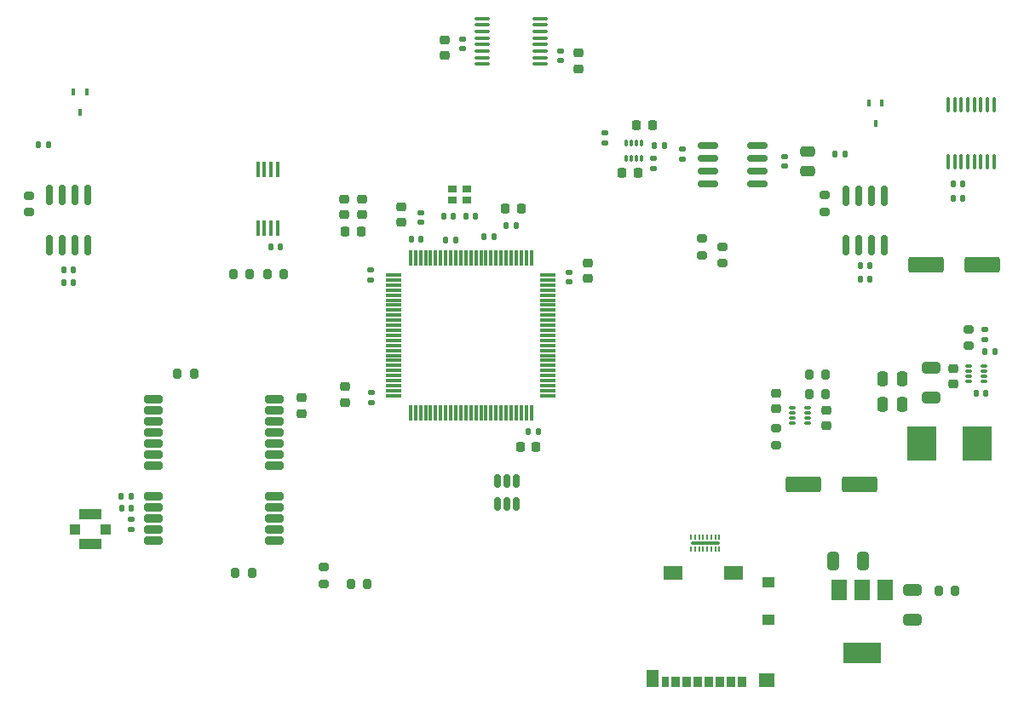
<source format=gtp>
G04 #@! TF.GenerationSoftware,KiCad,Pcbnew,8.0.2*
G04 #@! TF.CreationDate,2025-01-25T00:37:37-07:00*
G04 #@! TF.ProjectId,sdm24logger,73646d32-346c-46f6-9767-65722e6b6963,v3.1*
G04 #@! TF.SameCoordinates,Original*
G04 #@! TF.FileFunction,Paste,Top*
G04 #@! TF.FilePolarity,Positive*
%FSLAX46Y46*%
G04 Gerber Fmt 4.6, Leading zero omitted, Abs format (unit mm)*
G04 Created by KiCad (PCBNEW 8.0.2) date 2025-01-25 00:37:37*
%MOMM*%
%LPD*%
G01*
G04 APERTURE LIST*
G04 Aperture macros list*
%AMRoundRect*
0 Rectangle with rounded corners*
0 $1 Rounding radius*
0 $2 $3 $4 $5 $6 $7 $8 $9 X,Y pos of 4 corners*
0 Add a 4 corners polygon primitive as box body*
4,1,4,$2,$3,$4,$5,$6,$7,$8,$9,$2,$3,0*
0 Add four circle primitives for the rounded corners*
1,1,$1+$1,$2,$3*
1,1,$1+$1,$4,$5*
1,1,$1+$1,$6,$7*
1,1,$1+$1,$8,$9*
0 Add four rect primitives between the rounded corners*
20,1,$1+$1,$2,$3,$4,$5,0*
20,1,$1+$1,$4,$5,$6,$7,0*
20,1,$1+$1,$6,$7,$8,$9,0*
20,1,$1+$1,$8,$9,$2,$3,0*%
G04 Aperture macros list end*
%ADD10RoundRect,0.140000X0.140000X0.170000X-0.140000X0.170000X-0.140000X-0.170000X0.140000X-0.170000X0*%
%ADD11RoundRect,0.135000X-0.135000X-0.185000X0.135000X-0.185000X0.135000X0.185000X-0.135000X0.185000X0*%
%ADD12RoundRect,0.200000X0.200000X0.275000X-0.200000X0.275000X-0.200000X-0.275000X0.200000X-0.275000X0*%
%ADD13RoundRect,0.140000X-0.140000X-0.170000X0.140000X-0.170000X0.140000X0.170000X-0.140000X0.170000X0*%
%ADD14RoundRect,0.225000X-0.250000X0.225000X-0.250000X-0.225000X0.250000X-0.225000X0.250000X0.225000X0*%
%ADD15RoundRect,0.250000X-1.500000X-0.550000X1.500000X-0.550000X1.500000X0.550000X-1.500000X0.550000X0*%
%ADD16RoundRect,0.200000X-0.200000X-0.275000X0.200000X-0.275000X0.200000X0.275000X-0.200000X0.275000X0*%
%ADD17RoundRect,0.225000X-0.225000X-0.250000X0.225000X-0.250000X0.225000X0.250000X-0.225000X0.250000X0*%
%ADD18RoundRect,0.225000X0.225000X0.250000X-0.225000X0.250000X-0.225000X-0.250000X0.225000X-0.250000X0*%
%ADD19RoundRect,0.200000X0.275000X-0.200000X0.275000X0.200000X-0.275000X0.200000X-0.275000X-0.200000X0*%
%ADD20RoundRect,0.150000X-0.150000X0.512500X-0.150000X-0.512500X0.150000X-0.512500X0.150000X0.512500X0*%
%ADD21RoundRect,0.250000X1.500000X0.550000X-1.500000X0.550000X-1.500000X-0.550000X1.500000X-0.550000X0*%
%ADD22RoundRect,0.140000X0.170000X-0.140000X0.170000X0.140000X-0.170000X0.140000X-0.170000X-0.140000X0*%
%ADD23RoundRect,0.050000X-0.050000X0.175000X-0.050000X-0.175000X0.050000X-0.175000X0.050000X0.175000X0*%
%ADD24RoundRect,0.075000X-1.325000X0.075000X-1.325000X-0.075000X1.325000X-0.075000X1.325000X0.075000X0*%
%ADD25RoundRect,0.135000X0.185000X-0.135000X0.185000X0.135000X-0.185000X0.135000X-0.185000X-0.135000X0*%
%ADD26R,1.000000X1.000000*%
%ADD27R,2.200000X1.050000*%
%ADD28R,2.950000X3.500000*%
%ADD29RoundRect,0.218750X0.218750X0.256250X-0.218750X0.256250X-0.218750X-0.256250X0.218750X-0.256250X0*%
%ADD30RoundRect,0.225000X0.250000X-0.225000X0.250000X0.225000X-0.250000X0.225000X-0.250000X-0.225000X0*%
%ADD31RoundRect,0.075000X0.075000X-0.260000X0.075000X0.260000X-0.075000X0.260000X-0.075000X-0.260000X0*%
%ADD32RoundRect,0.250000X-0.325000X-0.650000X0.325000X-0.650000X0.325000X0.650000X-0.325000X0.650000X0*%
%ADD33R,0.850000X1.100000*%
%ADD34R,0.750000X1.100000*%
%ADD35R,1.200000X1.000000*%
%ADD36R,1.550000X1.350000*%
%ADD37R,1.900000X1.350000*%
%ADD38R,1.170000X1.800000*%
%ADD39RoundRect,0.075000X-0.075000X0.725000X-0.075000X-0.725000X0.075000X-0.725000X0.075000X0.725000X0*%
%ADD40RoundRect,0.075000X-0.725000X0.075000X-0.725000X-0.075000X0.725000X-0.075000X0.725000X0.075000X0*%
%ADD41RoundRect,0.250000X-0.250000X-0.475000X0.250000X-0.475000X0.250000X0.475000X-0.250000X0.475000X0*%
%ADD42R,0.450000X0.700000*%
%ADD43RoundRect,0.150000X0.150000X-0.825000X0.150000X0.825000X-0.150000X0.825000X-0.150000X-0.825000X0*%
%ADD44RoundRect,0.135000X-0.185000X0.135000X-0.185000X-0.135000X0.185000X-0.135000X0.185000X0.135000X0*%
%ADD45RoundRect,0.250000X-0.650000X0.325000X-0.650000X-0.325000X0.650000X-0.325000X0.650000X0.325000X0*%
%ADD46RoundRect,0.200000X-0.275000X0.200000X-0.275000X-0.200000X0.275000X-0.200000X0.275000X0.200000X0*%
%ADD47RoundRect,0.150000X0.825000X0.150000X-0.825000X0.150000X-0.825000X-0.150000X0.825000X-0.150000X0*%
%ADD48RoundRect,0.140000X-0.170000X0.140000X-0.170000X-0.140000X0.170000X-0.140000X0.170000X0.140000X0*%
%ADD49RoundRect,0.147500X0.172500X-0.147500X0.172500X0.147500X-0.172500X0.147500X-0.172500X-0.147500X0*%
%ADD50RoundRect,0.075000X0.260000X0.075000X-0.260000X0.075000X-0.260000X-0.075000X0.260000X-0.075000X0*%
%ADD51RoundRect,0.200000X-0.700000X-0.200000X0.700000X-0.200000X0.700000X0.200000X-0.700000X0.200000X0*%
%ADD52R,0.900000X0.800000*%
%ADD53RoundRect,0.100000X-0.100000X0.637500X-0.100000X-0.637500X0.100000X-0.637500X0.100000X0.637500X0*%
%ADD54RoundRect,0.075000X-0.260000X-0.075000X0.260000X-0.075000X0.260000X0.075000X-0.260000X0.075000X0*%
%ADD55RoundRect,0.250000X0.475000X-0.250000X0.475000X0.250000X-0.475000X0.250000X-0.475000X-0.250000X0*%
%ADD56RoundRect,0.135000X0.135000X0.185000X-0.135000X0.185000X-0.135000X-0.185000X0.135000X-0.185000X0*%
%ADD57RoundRect,0.100000X-0.100000X0.675000X-0.100000X-0.675000X0.100000X-0.675000X0.100000X0.675000X0*%
%ADD58RoundRect,0.100000X0.637500X0.100000X-0.637500X0.100000X-0.637500X-0.100000X0.637500X-0.100000X0*%
%ADD59R,1.500000X2.000000*%
%ADD60R,3.800000X2.000000*%
G04 APERTURE END LIST*
D10*
X126480000Y-111500000D03*
X125520000Y-111500000D03*
D11*
X164155000Y-103000000D03*
X165175000Y-103000000D03*
D12*
X117725000Y-145700000D03*
X116075000Y-145700000D03*
D13*
X175920000Y-107400000D03*
X176880000Y-107400000D03*
D14*
X139600000Y-113825000D03*
X139600000Y-115375000D03*
D15*
X161060000Y-135840000D03*
X166660000Y-135840000D03*
D10*
X88505000Y-114500000D03*
X87545000Y-114500000D03*
D16*
X104375000Y-114900000D03*
X106025000Y-114900000D03*
D17*
X132925000Y-132100000D03*
X134475000Y-132100000D03*
D12*
X100495000Y-124800000D03*
X98845000Y-124800000D03*
D10*
X123025000Y-111400000D03*
X122065000Y-111400000D03*
D18*
X144600000Y-104865000D03*
X143050000Y-104865000D03*
D12*
X163285000Y-126840000D03*
X161635000Y-126840000D03*
D19*
X163200000Y-108725000D03*
X163200000Y-107075000D03*
D20*
X132550000Y-135462500D03*
X131600000Y-135462500D03*
X130650000Y-135462500D03*
X130650000Y-137737500D03*
X131600000Y-137737500D03*
X132550000Y-137737500D03*
D10*
X94250000Y-138200000D03*
X93290000Y-138200000D03*
D21*
X178800000Y-114000000D03*
X173200000Y-114000000D03*
D12*
X176125000Y-146400000D03*
X174475000Y-146400000D03*
D10*
X167680000Y-115400000D03*
X166720000Y-115400000D03*
D22*
X118100000Y-127680000D03*
X118100000Y-126720000D03*
D23*
X152680000Y-141075000D03*
X152280000Y-141075000D03*
X151880000Y-141075000D03*
X151480000Y-141075000D03*
X151080000Y-141075000D03*
X150680000Y-141075000D03*
X150280000Y-141075000D03*
X149880000Y-141075000D03*
X149880000Y-142225000D03*
X150280000Y-142225000D03*
X150680000Y-142225000D03*
X151080000Y-142225000D03*
X151480000Y-142225000D03*
X151880000Y-142225000D03*
X152280000Y-142225000D03*
X152680000Y-142225000D03*
D24*
X151280000Y-141650000D03*
D22*
X159200000Y-104180000D03*
X159200000Y-103220000D03*
D25*
X146155000Y-104435000D03*
X146155000Y-103415000D03*
D26*
X91670000Y-140300000D03*
D27*
X90170000Y-141775000D03*
D26*
X88670000Y-140300000D03*
D27*
X90170000Y-138825000D03*
D10*
X128460000Y-109170000D03*
X127500000Y-109170000D03*
D28*
X172835000Y-131800000D03*
X178285000Y-131800000D03*
D16*
X104575000Y-144600000D03*
X106225000Y-144600000D03*
D10*
X126260000Y-109170000D03*
X125300000Y-109170000D03*
D29*
X117085000Y-110697500D03*
X115510000Y-110697500D03*
D22*
X123000000Y-109780000D03*
X123000000Y-108820000D03*
D30*
X115410000Y-108972500D03*
X115410000Y-107422500D03*
D31*
X143425000Y-103365000D03*
X143925000Y-103365000D03*
X144425000Y-103365000D03*
X144925000Y-103365000D03*
X144925000Y-101885000D03*
X144425000Y-101885000D03*
X143925000Y-101885000D03*
X143425000Y-101885000D03*
D32*
X163985000Y-143440000D03*
X166935000Y-143440000D03*
D33*
X154945000Y-155450000D03*
X153845000Y-155450000D03*
X152745000Y-155450000D03*
X151645000Y-155450000D03*
X150545000Y-155450000D03*
X149445000Y-155450000D03*
X148345000Y-155450000D03*
D34*
X147295000Y-155450000D03*
D35*
X157580000Y-149300000D03*
X157580000Y-145600000D03*
D36*
X157405000Y-155325000D03*
D37*
X154080000Y-144625000D03*
X148110000Y-144625000D03*
D38*
X146085000Y-155100000D03*
D39*
X134000000Y-113325000D03*
X133500000Y-113325000D03*
X133000000Y-113325000D03*
X132500000Y-113325000D03*
X132000000Y-113325000D03*
X131500000Y-113325000D03*
X131000000Y-113325000D03*
X130500000Y-113325000D03*
X130000000Y-113325000D03*
X129500000Y-113325000D03*
X129000000Y-113325000D03*
X128500000Y-113325000D03*
X128000000Y-113325000D03*
X127500000Y-113325000D03*
X127000000Y-113325000D03*
X126500000Y-113325000D03*
X126000000Y-113325000D03*
X125500000Y-113325000D03*
X125000000Y-113325000D03*
X124500000Y-113325000D03*
X124000000Y-113325000D03*
X123500000Y-113325000D03*
X123000000Y-113325000D03*
X122500000Y-113325000D03*
X122000000Y-113325000D03*
D40*
X120325000Y-115000000D03*
X120325000Y-115500000D03*
X120325000Y-116000000D03*
X120325000Y-116500000D03*
X120325000Y-117000000D03*
X120325000Y-117500000D03*
X120325000Y-118000000D03*
X120325000Y-118500000D03*
X120325000Y-119000000D03*
X120325000Y-119500000D03*
X120325000Y-120000000D03*
X120325000Y-120500000D03*
X120325000Y-121000000D03*
X120325000Y-121500000D03*
X120325000Y-122000000D03*
X120325000Y-122500000D03*
X120325000Y-123000000D03*
X120325000Y-123500000D03*
X120325000Y-124000000D03*
X120325000Y-124500000D03*
X120325000Y-125000000D03*
X120325000Y-125500000D03*
X120325000Y-126000000D03*
X120325000Y-126500000D03*
X120325000Y-127000000D03*
D39*
X122000000Y-128675000D03*
X122500000Y-128675000D03*
X123000000Y-128675000D03*
X123500000Y-128675000D03*
X124000000Y-128675000D03*
X124500000Y-128675000D03*
X125000000Y-128675000D03*
X125500000Y-128675000D03*
X126000000Y-128675000D03*
X126500000Y-128675000D03*
X127000000Y-128675000D03*
X127500000Y-128675000D03*
X128000000Y-128675000D03*
X128500000Y-128675000D03*
X129000000Y-128675000D03*
X129500000Y-128675000D03*
X130000000Y-128675000D03*
X130500000Y-128675000D03*
X131000000Y-128675000D03*
X131500000Y-128675000D03*
X132000000Y-128675000D03*
X132500000Y-128675000D03*
X133000000Y-128675000D03*
X133500000Y-128675000D03*
X134000000Y-128675000D03*
D40*
X135675000Y-127000000D03*
X135675000Y-126500000D03*
X135675000Y-126000000D03*
X135675000Y-125500000D03*
X135675000Y-125000000D03*
X135675000Y-124500000D03*
X135675000Y-124000000D03*
X135675000Y-123500000D03*
X135675000Y-123000000D03*
X135675000Y-122500000D03*
X135675000Y-122000000D03*
X135675000Y-121500000D03*
X135675000Y-121000000D03*
X135675000Y-120500000D03*
X135675000Y-120000000D03*
X135675000Y-119500000D03*
X135675000Y-119000000D03*
X135675000Y-118500000D03*
X135675000Y-118000000D03*
X135675000Y-117500000D03*
X135675000Y-117000000D03*
X135675000Y-116500000D03*
X135675000Y-116000000D03*
X135675000Y-115500000D03*
X135675000Y-115000000D03*
D22*
X118045000Y-115490000D03*
X118045000Y-114530000D03*
D17*
X144480000Y-100125000D03*
X146030000Y-100125000D03*
D41*
X168950000Y-127860000D03*
X170850000Y-127860000D03*
D42*
X168850000Y-97900000D03*
X167550000Y-97900000D03*
X168200000Y-99900000D03*
X89795000Y-96810000D03*
X88495000Y-96810000D03*
X89145000Y-98810000D03*
D13*
X131520000Y-110100000D03*
X132480000Y-110100000D03*
D14*
X175910000Y-124325000D03*
X175910000Y-125875000D03*
X115500000Y-126125000D03*
X115500000Y-127675000D03*
D43*
X165295000Y-112075000D03*
X166565000Y-112075000D03*
X167835000Y-112075000D03*
X169105000Y-112075000D03*
X169105000Y-107125000D03*
X167835000Y-107125000D03*
X166565000Y-107125000D03*
X165295000Y-107125000D03*
D19*
X84100000Y-108760000D03*
X84100000Y-107110000D03*
D43*
X86095000Y-112010000D03*
X87365000Y-112010000D03*
X88635000Y-112010000D03*
X89905000Y-112010000D03*
X89905000Y-107060000D03*
X88635000Y-107060000D03*
X87365000Y-107060000D03*
X86095000Y-107060000D03*
D44*
X179100000Y-120390000D03*
X179100000Y-121410000D03*
D12*
X109425000Y-114900000D03*
X107775000Y-114900000D03*
D14*
X163360000Y-128465000D03*
X163360000Y-130015000D03*
D45*
X173700000Y-124225000D03*
X173700000Y-127175000D03*
D46*
X151000000Y-111375000D03*
X151000000Y-113025000D03*
X113400000Y-144075000D03*
X113400000Y-145725000D03*
X158310000Y-130240000D03*
X158310000Y-131890000D03*
D22*
X149025000Y-103445000D03*
X149025000Y-102485000D03*
D19*
X177460000Y-122025000D03*
X177460000Y-120375000D03*
D22*
X127200000Y-92480000D03*
X127200000Y-91520000D03*
D45*
X171860000Y-146365000D03*
X171860000Y-149315000D03*
D30*
X125400000Y-93175000D03*
X125400000Y-91625000D03*
D16*
X161635000Y-124940000D03*
X163285000Y-124940000D03*
D10*
X134680000Y-130600000D03*
X133720000Y-130600000D03*
D47*
X156475000Y-105905000D03*
X156475000Y-104635000D03*
X156475000Y-103365000D03*
X156475000Y-102095000D03*
X151525000Y-102095000D03*
X151525000Y-103365000D03*
X151525000Y-104635000D03*
X151525000Y-105905000D03*
D44*
X141325000Y-100855000D03*
X141325000Y-101875000D03*
D48*
X137745000Y-114720000D03*
X137745000Y-115680000D03*
D10*
X167680000Y-114100000D03*
X166720000Y-114100000D03*
D49*
X94270000Y-140285000D03*
X94270000Y-139315000D03*
D50*
X161460000Y-129740000D03*
X161460000Y-129240000D03*
X161460000Y-128740000D03*
X161460000Y-128240000D03*
X159980000Y-128240000D03*
X159980000Y-128740000D03*
X159980000Y-129240000D03*
X159980000Y-129740000D03*
D11*
X179050000Y-122600000D03*
X180070000Y-122600000D03*
D30*
X117210000Y-108972500D03*
X117210000Y-107422500D03*
D51*
X96470000Y-127400000D03*
X96470000Y-128500000D03*
X96470000Y-129600000D03*
X96470000Y-130700000D03*
X96470000Y-131800000D03*
X96470000Y-132900000D03*
X96470000Y-134000000D03*
X96470000Y-137000000D03*
X96470000Y-138100000D03*
X96470000Y-139200000D03*
X96470000Y-140300000D03*
X96470000Y-141400000D03*
X108470000Y-141400000D03*
X108470000Y-140300000D03*
X108470000Y-139200000D03*
X108470000Y-138100000D03*
X108470000Y-137000000D03*
X108470000Y-134000000D03*
X108470000Y-132900000D03*
X108470000Y-131800000D03*
X108470000Y-130700000D03*
X108470000Y-129600000D03*
X108470000Y-128500000D03*
X108470000Y-127400000D03*
D52*
X127580000Y-106420000D03*
X126180000Y-106420000D03*
X126180000Y-107520000D03*
X127580000Y-107520000D03*
D53*
X179975000Y-98037500D03*
X179325000Y-98037500D03*
X178675000Y-98037500D03*
X178025000Y-98037500D03*
X177375000Y-98037500D03*
X176725000Y-98037500D03*
X176075000Y-98037500D03*
X175425000Y-98037500D03*
X175425000Y-103762500D03*
X176075000Y-103762500D03*
X176725000Y-103762500D03*
X177375000Y-103762500D03*
X178025000Y-103762500D03*
X178675000Y-103762500D03*
X179325000Y-103762500D03*
X179975000Y-103762500D03*
D11*
X146215000Y-102165000D03*
X147235000Y-102165000D03*
D30*
X138700000Y-94475000D03*
X138700000Y-92925000D03*
X158310000Y-128315000D03*
X158310000Y-126765000D03*
D54*
X177480000Y-124040000D03*
X177480000Y-124540000D03*
X177480000Y-125040000D03*
X177480000Y-125540000D03*
X178960000Y-125540000D03*
X178960000Y-125040000D03*
X178960000Y-124540000D03*
X178960000Y-124040000D03*
D30*
X121100000Y-109775000D03*
X121100000Y-108225000D03*
D17*
X131425000Y-108400000D03*
X132975000Y-108400000D03*
D55*
X161500000Y-104650000D03*
X161500000Y-102750000D03*
D56*
X94280000Y-137000000D03*
X93260000Y-137000000D03*
D30*
X111170000Y-128775000D03*
X111170000Y-127225000D03*
D57*
X108775000Y-104540000D03*
X108125000Y-104540000D03*
X107475000Y-104540000D03*
X106825000Y-104540000D03*
X106825000Y-110340000D03*
X107475000Y-110340000D03*
X108125000Y-110340000D03*
X108775000Y-110340000D03*
D22*
X136900000Y-93680000D03*
X136900000Y-92720000D03*
D10*
X179180000Y-126800000D03*
X178220000Y-126800000D03*
D13*
X175920000Y-105900000D03*
X176880000Y-105900000D03*
D58*
X134865000Y-94020000D03*
X134865000Y-93370000D03*
X134865000Y-92720000D03*
X134865000Y-92070000D03*
X134865000Y-91420000D03*
X134865000Y-90770000D03*
X134865000Y-90120000D03*
X134865000Y-89470000D03*
X129140000Y-89470000D03*
X129140000Y-90120000D03*
X129140000Y-90770000D03*
X129140000Y-91420000D03*
X129140000Y-92070000D03*
X129140000Y-92720000D03*
X129140000Y-93370000D03*
X129140000Y-94020000D03*
D46*
X153000000Y-112175000D03*
X153000000Y-113825000D03*
D59*
X169210000Y-146290000D03*
X166910000Y-146290000D03*
D60*
X166910000Y-152590000D03*
D59*
X164610000Y-146290000D03*
D10*
X109080000Y-112200000D03*
X108120000Y-112200000D03*
X88505000Y-115800000D03*
X87545000Y-115800000D03*
D41*
X168950000Y-125360000D03*
X170850000Y-125360000D03*
D11*
X85025000Y-102025000D03*
X86045000Y-102025000D03*
D13*
X129320000Y-111200000D03*
X130280000Y-111200000D03*
M02*

</source>
